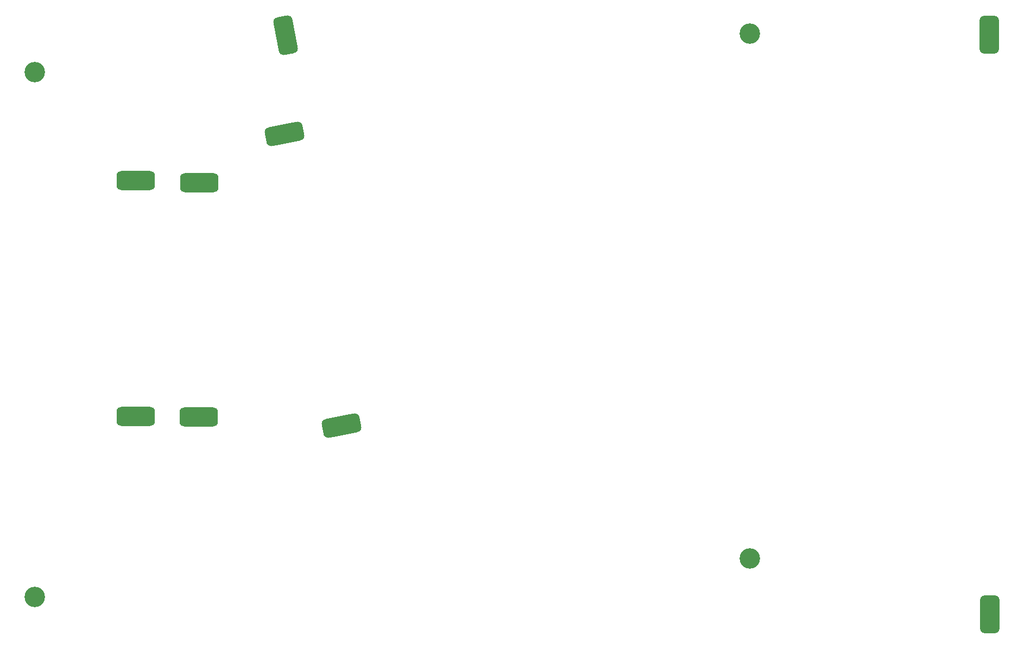
<source format=gbr>
%TF.GenerationSoftware,KiCad,Pcbnew,7.0.7*%
%TF.CreationDate,2023-12-29T22:10:29+01:00*%
%TF.ProjectId,sidePanels,73696465-5061-46e6-956c-732e6b696361,rev?*%
%TF.SameCoordinates,Original*%
%TF.FileFunction,Soldermask,Top*%
%TF.FilePolarity,Negative*%
%FSLAX46Y46*%
G04 Gerber Fmt 4.6, Leading zero omitted, Abs format (unit mm)*
G04 Created by KiCad (PCBNEW 7.0.7) date 2023-12-29 22:10:29*
%MOMM*%
%LPD*%
G01*
G04 APERTURE LIST*
G04 Aperture macros list*
%AMRoundRect*
0 Rectangle with rounded corners*
0 $1 Rounding radius*
0 $2 $3 $4 $5 $6 $7 $8 $9 X,Y pos of 4 corners*
0 Add a 4 corners polygon primitive as box body*
4,1,4,$2,$3,$4,$5,$6,$7,$8,$9,$2,$3,0*
0 Add four circle primitives for the rounded corners*
1,1,$1+$1,$2,$3*
1,1,$1+$1,$4,$5*
1,1,$1+$1,$6,$7*
1,1,$1+$1,$8,$9*
0 Add four rect primitives between the rounded corners*
20,1,$1+$1,$2,$3,$4,$5,0*
20,1,$1+$1,$4,$5,$6,$7,0*
20,1,$1+$1,$6,$7,$8,$9,0*
20,1,$1+$1,$8,$9,$2,$3,0*%
G04 Aperture macros list end*
%ADD10RoundRect,0.750000X-0.750000X2.250000X-0.750000X-2.250000X0.750000X-2.250000X0.750000X2.250000X0*%
%ADD11C,3.200000*%
%ADD12RoundRect,0.750000X2.250000X0.750000X-2.250000X0.750000X-2.250000X-0.750000X2.250000X-0.750000X0*%
%ADD13RoundRect,0.750000X-2.248688X-0.753926X2.251306X-0.746072X2.248688X0.753926X-2.251306X0.746072X0*%
%ADD14RoundRect,0.750000X1.158323X-2.069610X0.315107X2.350682X-1.158323X2.069610X-0.315107X-2.350682X0*%
%ADD15RoundRect,0.750000X2.063517X1.169144X-2.352300X0.302795X-2.063517X-1.169144X2.352300X-0.302795X0*%
G04 APERTURE END LIST*
D10*
%TO.C,*%
X225946945Y-51519107D03*
%TD*%
D11*
%TO.C,REF\u002A\u002A*%
X188604945Y-51360107D03*
%TD*%
%TO.C,REF\u002A\u002A*%
X77104945Y-139360107D03*
%TD*%
D12*
%TO.C,REF\u002A\u002A*%
X92876945Y-74336107D03*
%TD*%
%TO.C,REF\u002A\u002A*%
X92876945Y-111166107D03*
%TD*%
D11*
%TO.C,REF\u002A\u002A*%
X77104945Y-57360107D03*
%TD*%
D13*
%TO.C,*%
X102761232Y-74637780D03*
%TD*%
D11*
%TO.C,REF\u002A\u002A*%
X188604945Y-133360107D03*
%TD*%
D13*
%TO.C,*%
X102698068Y-111213945D03*
%TD*%
D10*
%TO.C,*%
X226073945Y-142070107D03*
%TD*%
D14*
%TO.C,*%
X116235713Y-51613028D03*
%TD*%
D15*
%TO.C,*%
X124977600Y-112629501D03*
%TD*%
%TO.C,*%
X116100499Y-67051925D03*
%TD*%
M02*

</source>
